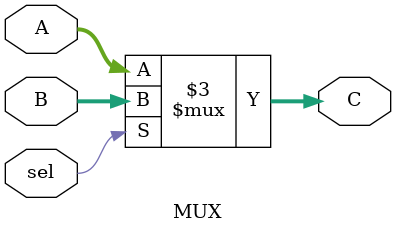
<source format=v>
module MUX(input sel,
input [31:0]A,B,
output reg [31:0]C);

always@(*)begin
if(sel)
C=B;
else
C=A;
end

endmodule

</source>
